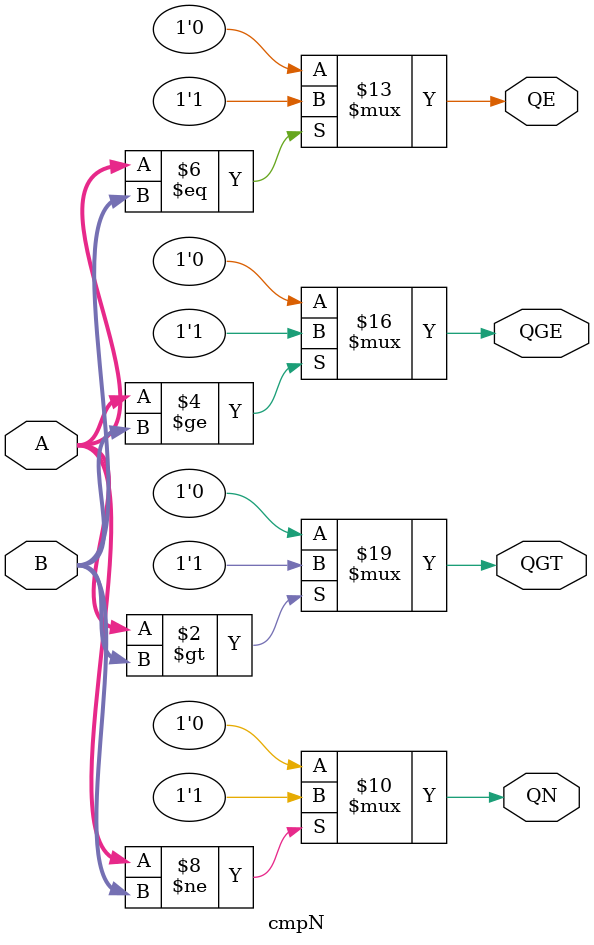
<source format=v>


module cmpN
  #(parameter WID = 4)
   (input wire [WID-1:0] A,
    input wire [WID-1:0] B,
    output reg QE, QN, QGT, QGE
    /* */);

   always @(A, B)
     if (A > B)
       QGT = 1;
     else
       QGT = 0;

   always @(A, B)
     if (A >= B)
       QGE = 1;
     else
       QGE = 0;

   always @(A, B)
     if (A == B)
       QE = 1;
     else
       QE = 0;

   always @(A, B)
     if (A != B)
       QN = 1;
     else
       QN = 0;


/*
   always @(A, B)
      if (A > B) begin
	 QE = 0;
	 QN = 1;
	 QGT = 1;
	 QGE = 1;
      end else if (A == B) begin
	 QE = 1;
	 QN = 0;
	 QGT = 0;
	 QGE = 1;
      end else begin
	 QE = 0;
	 QN = 1;
	 QGT = 0;
	 QGE = 0;
      end
*/
endmodule // add

</source>
